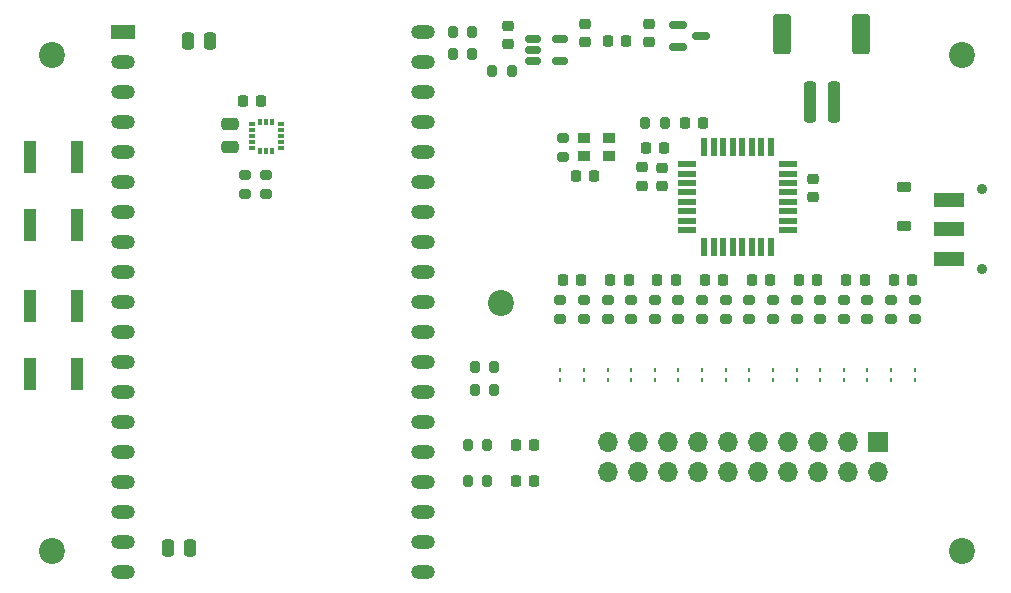
<source format=gbr>
%TF.GenerationSoftware,KiCad,Pcbnew,(7.0.0)*%
%TF.CreationDate,2023-03-05T18:48:16+00:00*%
%TF.ProjectId,ADS131M08 ESP32,41445331-3331-44d3-9038-204553503332,rev?*%
%TF.SameCoordinates,Original*%
%TF.FileFunction,Soldermask,Top*%
%TF.FilePolarity,Negative*%
%FSLAX46Y46*%
G04 Gerber Fmt 4.6, Leading zero omitted, Abs format (unit mm)*
G04 Created by KiCad (PCBNEW (7.0.0)) date 2023-03-05 18:48:16*
%MOMM*%
%LPD*%
G01*
G04 APERTURE LIST*
G04 Aperture macros list*
%AMRoundRect*
0 Rectangle with rounded corners*
0 $1 Rounding radius*
0 $2 $3 $4 $5 $6 $7 $8 $9 X,Y pos of 4 corners*
0 Add a 4 corners polygon primitive as box body*
4,1,4,$2,$3,$4,$5,$6,$7,$8,$9,$2,$3,0*
0 Add four circle primitives for the rounded corners*
1,1,$1+$1,$2,$3*
1,1,$1+$1,$4,$5*
1,1,$1+$1,$6,$7*
1,1,$1+$1,$8,$9*
0 Add four rect primitives between the rounded corners*
20,1,$1+$1,$2,$3,$4,$5,0*
20,1,$1+$1,$4,$5,$6,$7,0*
20,1,$1+$1,$6,$7,$8,$9,0*
20,1,$1+$1,$8,$9,$2,$3,0*%
G04 Aperture macros list end*
%ADD10RoundRect,0.200000X-0.275000X0.200000X-0.275000X-0.200000X0.275000X-0.200000X0.275000X0.200000X0*%
%ADD11RoundRect,0.225000X-0.225000X-0.250000X0.225000X-0.250000X0.225000X0.250000X-0.225000X0.250000X0*%
%ADD12RoundRect,0.218750X-0.218750X-0.256250X0.218750X-0.256250X0.218750X0.256250X-0.218750X0.256250X0*%
%ADD13C,2.200000*%
%ADD14RoundRect,0.218750X0.218750X0.256250X-0.218750X0.256250X-0.218750X-0.256250X0.218750X-0.256250X0*%
%ADD15RoundRect,0.062500X-0.062500X0.117500X-0.062500X-0.117500X0.062500X-0.117500X0.062500X0.117500X0*%
%ADD16RoundRect,0.200000X0.200000X0.275000X-0.200000X0.275000X-0.200000X-0.275000X0.200000X-0.275000X0*%
%ADD17R,0.550000X1.600000*%
%ADD18R,1.600000X0.550000*%
%ADD19RoundRect,0.225000X0.250000X-0.225000X0.250000X0.225000X-0.250000X0.225000X-0.250000X-0.225000X0*%
%ADD20R,1.000000X2.750000*%
%ADD21RoundRect,0.250000X-0.250000X-0.475000X0.250000X-0.475000X0.250000X0.475000X-0.250000X0.475000X0*%
%ADD22RoundRect,0.200000X-0.200000X-0.275000X0.200000X-0.275000X0.200000X0.275000X-0.200000X0.275000X0*%
%ADD23R,1.700000X1.700000*%
%ADD24O,1.700000X1.700000*%
%ADD25RoundRect,0.250000X-0.475000X0.250000X-0.475000X-0.250000X0.475000X-0.250000X0.475000X0.250000X0*%
%ADD26RoundRect,0.150000X-0.512500X-0.150000X0.512500X-0.150000X0.512500X0.150000X-0.512500X0.150000X0*%
%ADD27RoundRect,0.200000X0.275000X-0.200000X0.275000X0.200000X-0.275000X0.200000X-0.275000X-0.200000X0*%
%ADD28R,2.000000X1.200000*%
%ADD29O,2.000000X1.200000*%
%ADD30RoundRect,0.225000X0.225000X0.250000X-0.225000X0.250000X-0.225000X-0.250000X0.225000X-0.250000X0*%
%ADD31C,0.900000*%
%ADD32R,2.500000X1.250000*%
%ADD33RoundRect,0.250000X0.250000X1.500000X-0.250000X1.500000X-0.250000X-1.500000X0.250000X-1.500000X0*%
%ADD34RoundRect,0.250001X0.499999X1.449999X-0.499999X1.449999X-0.499999X-1.449999X0.499999X-1.449999X0*%
%ADD35RoundRect,0.087500X-0.187500X-0.087500X0.187500X-0.087500X0.187500X0.087500X-0.187500X0.087500X0*%
%ADD36RoundRect,0.087500X-0.087500X-0.187500X0.087500X-0.187500X0.087500X0.187500X-0.087500X0.187500X0*%
%ADD37RoundRect,0.150000X-0.587500X-0.150000X0.587500X-0.150000X0.587500X0.150000X-0.587500X0.150000X0*%
%ADD38RoundRect,0.225000X-0.250000X0.225000X-0.250000X-0.225000X0.250000X-0.225000X0.250000X0.225000X0*%
%ADD39RoundRect,0.225000X-0.375000X0.225000X-0.375000X-0.225000X0.375000X-0.225000X0.375000X0.225000X0*%
%ADD40R,1.000000X0.900000*%
G04 APERTURE END LIST*
D10*
%TO.C,R17*%
X182000000Y-74675000D03*
X182000000Y-76325000D03*
%TD*%
D11*
%TO.C,C4*%
X162225000Y-73000000D03*
X163775000Y-73000000D03*
%TD*%
D10*
%TO.C,R21*%
X190000000Y-74675000D03*
X190000000Y-76325000D03*
%TD*%
D12*
%TO.C,D3*%
X158212500Y-87000000D03*
X159787500Y-87000000D03*
%TD*%
D10*
%TO.C,R20*%
X188000000Y-74675000D03*
X188000000Y-76325000D03*
%TD*%
D13*
%TO.C,H5*%
X157000000Y-75000000D03*
%TD*%
D11*
%TO.C,C11*%
X190225000Y-73000000D03*
X191775000Y-73000000D03*
%TD*%
D13*
%TO.C,H2*%
X119000000Y-96000000D03*
%TD*%
D10*
%TO.C,R16*%
X180000000Y-74675000D03*
X180000000Y-76325000D03*
%TD*%
D14*
%TO.C,L1*%
X167587500Y-52800000D03*
X166012500Y-52800000D03*
%TD*%
D15*
%TO.C,D6*%
X184000000Y-81441548D03*
X184000000Y-80601548D03*
%TD*%
%TO.C,D10*%
X168000000Y-81441548D03*
X168000000Y-80601548D03*
%TD*%
%TO.C,D4*%
X192000000Y-81441548D03*
X192000000Y-80601548D03*
%TD*%
D16*
%TO.C,R5*%
X155825000Y-90000000D03*
X154175000Y-90000000D03*
%TD*%
D17*
%TO.C,U3*%
X174199999Y-70249999D03*
X174999999Y-70249999D03*
X175799999Y-70249999D03*
X176599999Y-70249999D03*
X177399999Y-70249999D03*
X178199999Y-70249999D03*
X178999999Y-70249999D03*
X179799999Y-70249999D03*
D18*
X181249999Y-68799999D03*
X181249999Y-67999999D03*
X181249999Y-67199999D03*
X181249999Y-66399999D03*
X181249999Y-65599999D03*
X181249999Y-64799999D03*
X181249999Y-63999999D03*
X181249999Y-63199999D03*
D17*
X179799999Y-61749999D03*
X178999999Y-61749999D03*
X178199999Y-61749999D03*
X177399999Y-61749999D03*
X176599999Y-61749999D03*
X175799999Y-61749999D03*
X174999999Y-61749999D03*
X174199999Y-61749999D03*
D18*
X172749999Y-63199999D03*
X172749999Y-63999999D03*
X172749999Y-64799999D03*
X172749999Y-65599999D03*
X172749999Y-66399999D03*
X172749999Y-67199999D03*
X172749999Y-67999999D03*
X172749999Y-68799999D03*
%TD*%
D19*
%TO.C,C17*%
X164100000Y-52875000D03*
X164100000Y-51325000D03*
%TD*%
D10*
%TO.C,R19*%
X186000000Y-74675000D03*
X186000000Y-76325000D03*
%TD*%
%TO.C,R11*%
X170000000Y-74675000D03*
X170000000Y-76325000D03*
%TD*%
D20*
%TO.C,SW2*%
X117099999Y-68359999D03*
X117099999Y-62599999D03*
X121099999Y-68359999D03*
X121099999Y-62599999D03*
%TD*%
D21*
%TO.C,C3*%
X130450000Y-52800000D03*
X132350000Y-52800000D03*
%TD*%
D12*
%TO.C,D2*%
X158212500Y-90000000D03*
X159787500Y-90000000D03*
%TD*%
D22*
%TO.C,R23*%
X156250000Y-55340000D03*
X157900000Y-55340000D03*
%TD*%
D13*
%TO.C,H1*%
X119000000Y-54000000D03*
%TD*%
D23*
%TO.C,J2*%
X188924999Y-86689999D03*
D24*
X188924999Y-89229999D03*
X186384999Y-86689999D03*
X186384999Y-89229999D03*
X183844999Y-86689999D03*
X183844999Y-89229999D03*
X181304999Y-86689999D03*
X181304999Y-89229999D03*
X178764999Y-86689999D03*
X178764999Y-89229999D03*
X176224999Y-86689999D03*
X176224999Y-89229999D03*
X173684999Y-86689999D03*
X173684999Y-89229999D03*
X171144999Y-86689999D03*
X171144999Y-89229999D03*
X168604999Y-86689999D03*
X168604999Y-89229999D03*
X166064999Y-86689999D03*
X166064999Y-89229999D03*
%TD*%
D11*
%TO.C,C7*%
X174225000Y-73000000D03*
X175775000Y-73000000D03*
%TD*%
%TO.C,C1*%
X135125000Y-57840000D03*
X136675000Y-57840000D03*
%TD*%
D15*
%TO.C,D12*%
X190000000Y-81441548D03*
X190000000Y-80601548D03*
%TD*%
%TO.C,D7*%
X180000000Y-81441548D03*
X180000000Y-80601548D03*
%TD*%
%TO.C,D14*%
X182000000Y-81441548D03*
X182000000Y-80601548D03*
%TD*%
D10*
%TO.C,R7*%
X162000000Y-74675000D03*
X162000000Y-76325000D03*
%TD*%
D15*
%TO.C,D16*%
X174000000Y-81441548D03*
X174000000Y-80601548D03*
%TD*%
D10*
%TO.C,R18*%
X184000000Y-74675000D03*
X184000000Y-76325000D03*
%TD*%
%TO.C,R22*%
X192000000Y-74675000D03*
X192000000Y-76325000D03*
%TD*%
D15*
%TO.C,D8*%
X176000000Y-81441548D03*
X176000000Y-80601548D03*
%TD*%
D16*
%TO.C,R25*%
X156425000Y-82300000D03*
X154775000Y-82300000D03*
%TD*%
D25*
%TO.C,C2*%
X134000000Y-59840000D03*
X134000000Y-61740000D03*
%TD*%
D26*
%TO.C,U4*%
X159662500Y-52590000D03*
X159662500Y-53540000D03*
X159662500Y-54490000D03*
X161937500Y-54490000D03*
X161937500Y-52590000D03*
%TD*%
D16*
%TO.C,R6*%
X155825000Y-87000000D03*
X154175000Y-87000000D03*
%TD*%
D11*
%TO.C,C10*%
X186225000Y-73000000D03*
X187775000Y-73000000D03*
%TD*%
D27*
%TO.C,R26*%
X162200000Y-62625000D03*
X162200000Y-60975000D03*
%TD*%
D19*
%TO.C,C21*%
X169500000Y-52875000D03*
X169500000Y-51325000D03*
%TD*%
D10*
%TO.C,R13*%
X174000000Y-74675000D03*
X174000000Y-76325000D03*
%TD*%
D28*
%TO.C,U2*%
X124999999Y-51999999D03*
D29*
X124999999Y-54539999D03*
X124999999Y-57079999D03*
X124999999Y-59619999D03*
X124999999Y-62159999D03*
X124999999Y-64699999D03*
X124999999Y-67239999D03*
X124999999Y-69779999D03*
X124999999Y-72319999D03*
X124999999Y-74859999D03*
X124999999Y-77399999D03*
X124999999Y-79939999D03*
X124999999Y-82479999D03*
X124999999Y-85019999D03*
X124999999Y-87559999D03*
X124999999Y-90099999D03*
X124999999Y-92639999D03*
X124999999Y-95179999D03*
X124999999Y-97719999D03*
X150396319Y-97717279D03*
X150396319Y-95177279D03*
X150399999Y-92639999D03*
X150399999Y-90099999D03*
X150399999Y-87559999D03*
X150399999Y-85019999D03*
X150399999Y-82479999D03*
X150399999Y-79939999D03*
X150399999Y-77399999D03*
X150399999Y-74859999D03*
X150399999Y-72319999D03*
X150399999Y-69779999D03*
X150399999Y-67239999D03*
X150399999Y-64699999D03*
X150399999Y-62159999D03*
X150399999Y-59619999D03*
X150399999Y-57079999D03*
X150399999Y-54539999D03*
X150399999Y-51999999D03*
%TD*%
D15*
%TO.C,D18*%
X166000000Y-81441548D03*
X166000000Y-80601548D03*
%TD*%
D30*
%TO.C,C14*%
X170775000Y-61800000D03*
X169225000Y-61800000D03*
%TD*%
D21*
%TO.C,C20*%
X128750000Y-95700000D03*
X130650000Y-95700000D03*
%TD*%
D10*
%TO.C,R12*%
X172000000Y-74675000D03*
X172000000Y-76325000D03*
%TD*%
%TO.C,R9*%
X166000000Y-74675000D03*
X166000000Y-76325000D03*
%TD*%
D11*
%TO.C,C6*%
X170225000Y-73000000D03*
X171775000Y-73000000D03*
%TD*%
D10*
%TO.C,R14*%
X176000000Y-74675000D03*
X176000000Y-76325000D03*
%TD*%
D16*
%TO.C,R27*%
X156425000Y-80400000D03*
X154775000Y-80400000D03*
%TD*%
D13*
%TO.C,H3*%
X196000000Y-54000000D03*
%TD*%
D15*
%TO.C,D15*%
X178000000Y-81441548D03*
X178000000Y-80601548D03*
%TD*%
D31*
%TO.C,SW1*%
X197700000Y-72100000D03*
X197700000Y-65300000D03*
D32*
X194949999Y-71199999D03*
X194949999Y-68699999D03*
X194949999Y-66199999D03*
%TD*%
D15*
%TO.C,D9*%
X172000000Y-81441548D03*
X172000000Y-80601548D03*
%TD*%
D20*
%TO.C,SW3*%
X117099999Y-80959999D03*
X117099999Y-75199999D03*
X121099999Y-80959999D03*
X121099999Y-75199999D03*
%TD*%
D33*
%TO.C,J1*%
X185150000Y-57950000D03*
X183150000Y-57950000D03*
D34*
X187500000Y-52200000D03*
X180800000Y-52200000D03*
%TD*%
D11*
%TO.C,C5*%
X166225000Y-73000000D03*
X167775000Y-73000000D03*
%TD*%
D15*
%TO.C,D13*%
X186000000Y-81441548D03*
X186000000Y-80601548D03*
%TD*%
%TO.C,D5*%
X188000000Y-81441548D03*
X188000000Y-80601548D03*
%TD*%
D19*
%TO.C,C16*%
X168900000Y-65035000D03*
X168900000Y-63485000D03*
%TD*%
D15*
%TO.C,D17*%
X170000000Y-81441548D03*
X170000000Y-80601548D03*
%TD*%
D35*
%TO.C,U1*%
X135875000Y-59840000D03*
X135875000Y-60340000D03*
X135875000Y-60840000D03*
X135875000Y-61340000D03*
X135875000Y-61840000D03*
D36*
X136600000Y-62065000D03*
X137100000Y-62065000D03*
X137600000Y-62065000D03*
D35*
X138325000Y-61840000D03*
X138325000Y-61340000D03*
X138325000Y-60840000D03*
X138325000Y-60340000D03*
X138325000Y-59840000D03*
D36*
X137600000Y-59615000D03*
X137100000Y-59615000D03*
X136600000Y-59615000D03*
%TD*%
D27*
%TO.C,R2*%
X137100000Y-65750000D03*
X137100000Y-64100000D03*
%TD*%
D37*
%TO.C,D20*%
X172000000Y-51400000D03*
X172000000Y-53300000D03*
X173875000Y-52350000D03*
%TD*%
D19*
%TO.C,C13*%
X157600000Y-53075000D03*
X157600000Y-51525000D03*
%TD*%
D22*
%TO.C,R24*%
X169175000Y-59700000D03*
X170825000Y-59700000D03*
%TD*%
D10*
%TO.C,R8*%
X164000000Y-74675000D03*
X164000000Y-76325000D03*
%TD*%
D27*
%TO.C,R1*%
X135300000Y-65750000D03*
X135300000Y-64100000D03*
%TD*%
D10*
%TO.C,R10*%
X168000000Y-74675000D03*
X168000000Y-76325000D03*
%TD*%
D22*
%TO.C,R3*%
X152875000Y-53900000D03*
X154525000Y-53900000D03*
%TD*%
D13*
%TO.C,H4*%
X196000000Y-96000000D03*
%TD*%
D30*
%TO.C,C15*%
X174075000Y-59700000D03*
X172525000Y-59700000D03*
%TD*%
D15*
%TO.C,D11*%
X164000000Y-81441548D03*
X164000000Y-80601548D03*
%TD*%
D11*
%TO.C,C19*%
X163325000Y-64200000D03*
X164875000Y-64200000D03*
%TD*%
%TO.C,C9*%
X182225000Y-73000000D03*
X183775000Y-73000000D03*
%TD*%
D19*
%TO.C,C18*%
X170600000Y-65075000D03*
X170600000Y-63525000D03*
%TD*%
D16*
%TO.C,R4*%
X154525000Y-52000000D03*
X152875000Y-52000000D03*
%TD*%
D38*
%TO.C,C12*%
X183400000Y-64425000D03*
X183400000Y-65975000D03*
%TD*%
D39*
%TO.C,D1*%
X191100000Y-65150000D03*
X191100000Y-68450000D03*
%TD*%
D15*
%TO.C,D19*%
X162000000Y-81441548D03*
X162000000Y-80601548D03*
%TD*%
D11*
%TO.C,C8*%
X178225000Y-73000000D03*
X179775000Y-73000000D03*
%TD*%
D10*
%TO.C,R15*%
X178000000Y-74675000D03*
X178000000Y-76325000D03*
%TD*%
D40*
%TO.C,X1*%
X163999999Y-62549999D03*
X166149999Y-62549999D03*
X166149999Y-60999999D03*
X163999999Y-60999999D03*
%TD*%
M02*

</source>
